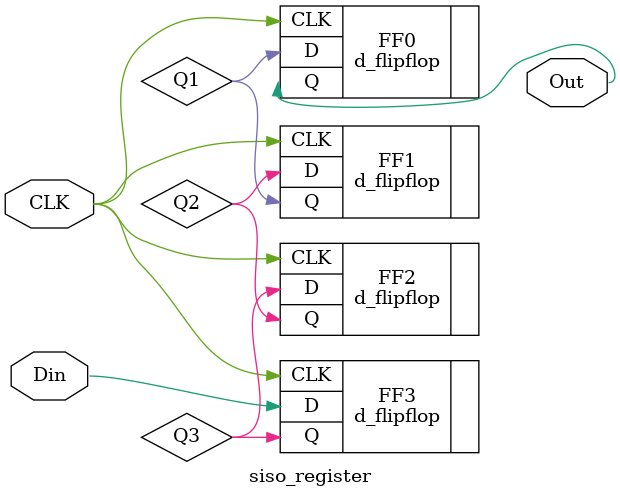
<source format=v>
`timescale 1ns / 1ps

module siso_register(
    input wire CLK,
    input wire Din,
    output wire Out
    );
    wire Q3, Q2, Q1;
    
    d_flipflop FF3 (
      .D(Din), .CLK(CLK), .Q(Q3)
    );

    d_flipflop FF2 (
      .D(Q3), .CLK(CLK), .Q(Q2)
    );
    
    d_flipflop FF1 (
      .D(Q2), .CLK(CLK), .Q(Q1)
    );
    
    d_flipflop FF0 (
      .D(Q1), .CLK(CLK), .Q(Out)
    );
endmodule

</source>
